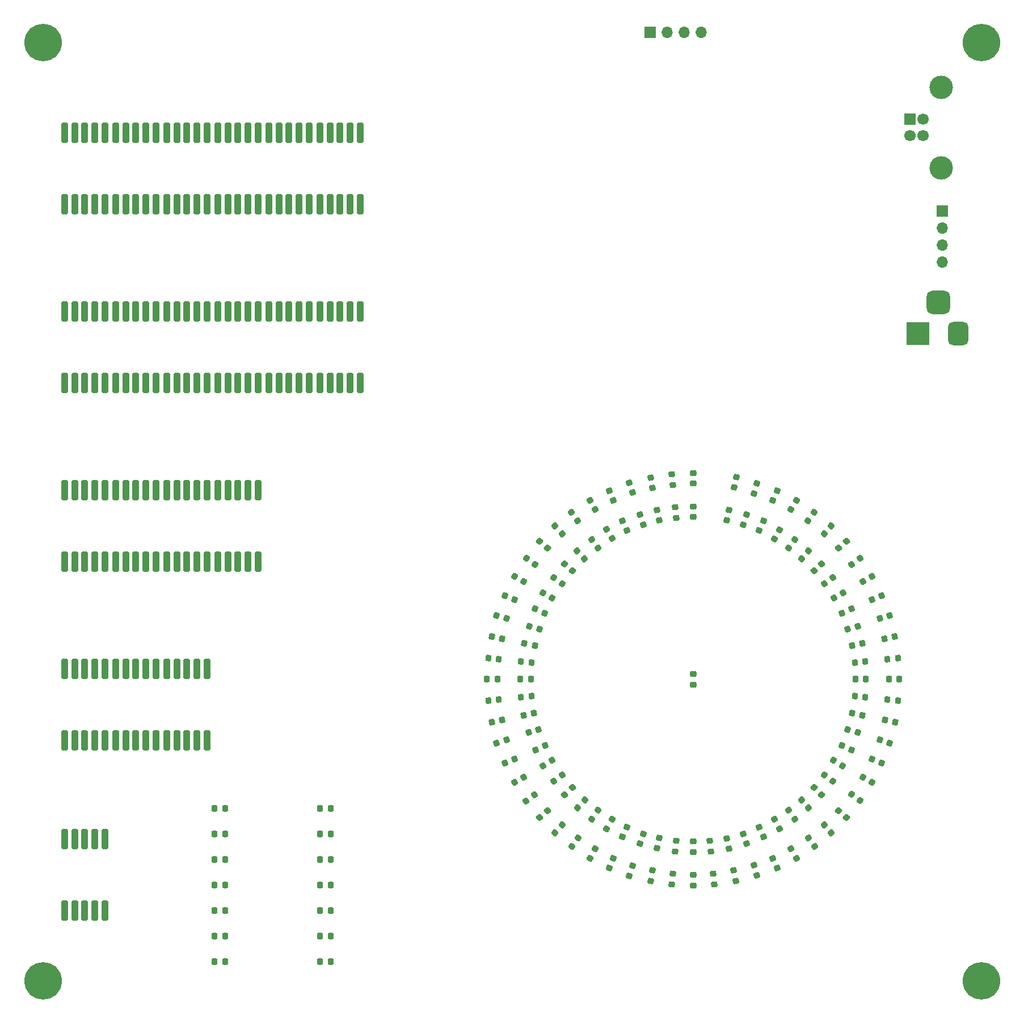
<source format=gbr>
%TF.GenerationSoftware,KiCad,Pcbnew,6.0.7-f9a2dced07~116~ubuntu20.04.1*%
%TF.CreationDate,2022-10-07T18:50:10+02:00*%
%TF.ProjectId,dcf77,64636637-372e-46b6-9963-61645f706362,rev?*%
%TF.SameCoordinates,Original*%
%TF.FileFunction,Soldermask,Bot*%
%TF.FilePolarity,Negative*%
%FSLAX46Y46*%
G04 Gerber Fmt 4.6, Leading zero omitted, Abs format (unit mm)*
G04 Created by KiCad (PCBNEW 6.0.7-f9a2dced07~116~ubuntu20.04.1) date 2022-10-07 18:50:10*
%MOMM*%
%LPD*%
G01*
G04 APERTURE LIST*
G04 Aperture macros list*
%AMRoundRect*
0 Rectangle with rounded corners*
0 $1 Rounding radius*
0 $2 $3 $4 $5 $6 $7 $8 $9 X,Y pos of 4 corners*
0 Add a 4 corners polygon primitive as box body*
4,1,4,$2,$3,$4,$5,$6,$7,$8,$9,$2,$3,0*
0 Add four circle primitives for the rounded corners*
1,1,$1+$1,$2,$3*
1,1,$1+$1,$4,$5*
1,1,$1+$1,$6,$7*
1,1,$1+$1,$8,$9*
0 Add four rect primitives between the rounded corners*
20,1,$1+$1,$2,$3,$4,$5,0*
20,1,$1+$1,$4,$5,$6,$7,0*
20,1,$1+$1,$6,$7,$8,$9,0*
20,1,$1+$1,$8,$9,$2,$3,0*%
G04 Aperture macros list end*
%ADD10R,3.500000X3.500000*%
%ADD11RoundRect,0.750000X0.750000X1.000000X-0.750000X1.000000X-0.750000X-1.000000X0.750000X-1.000000X0*%
%ADD12RoundRect,0.875000X0.875000X0.875000X-0.875000X0.875000X-0.875000X-0.875000X0.875000X-0.875000X0*%
%ADD13C,5.600000*%
%ADD14R,1.700000X1.700000*%
%ADD15C,1.700000*%
%ADD16C,3.500000*%
%ADD17O,1.700000X1.700000*%
%ADD18RoundRect,0.218750X0.112544X-0.317568X0.331294X0.061318X-0.112544X0.317568X-0.331294X-0.061318X0*%
%ADD19RoundRect,0.218750X0.078733X-0.327592X0.335889X0.026352X-0.078733X0.327592X-0.335889X-0.026352X0*%
%ADD20RoundRect,0.218750X0.128858X0.311306X-0.287229X0.176111X-0.128858X-0.311306X0.287229X-0.176111X0*%
%ADD21RoundRect,0.218750X-0.287229X-0.176111X0.128858X-0.311306X0.287229X0.176111X-0.128858X0.311306X0*%
%ADD22RoundRect,0.250000X0.250000X1.250000X-0.250000X1.250000X-0.250000X-1.250000X0.250000X-1.250000X0*%
%ADD23RoundRect,0.218750X0.317568X0.112544X-0.061318X0.331294X-0.317568X-0.112544X0.061318X-0.331294X0*%
%ADD24RoundRect,0.218750X-0.044059X0.334028X-0.336803X0.008902X0.044059X-0.334028X0.336803X-0.008902X0*%
%ADD25RoundRect,0.218750X0.176111X-0.287229X0.311306X0.128858X-0.176111X0.287229X-0.311306X-0.128858X0*%
%ADD26RoundRect,0.218750X0.218750X0.256250X-0.218750X0.256250X-0.218750X-0.256250X0.218750X-0.256250X0*%
%ADD27RoundRect,0.218750X0.026352X0.335889X-0.327592X0.078733X-0.026352X-0.335889X0.327592X-0.078733X0*%
%ADD28RoundRect,0.218750X0.205170X-0.267247X0.296131X0.160692X-0.205170X0.267247X-0.296131X-0.160692X0*%
%ADD29RoundRect,0.218750X0.331294X-0.061318X0.112544X0.317568X-0.331294X0.061318X-0.112544X-0.317568X0*%
%ADD30RoundRect,0.218750X-0.334028X-0.044059X-0.008902X-0.336803X0.334028X0.044059X0.008902X0.336803X0*%
%ADD31RoundRect,0.218750X0.256250X-0.218750X0.256250X0.218750X-0.256250X0.218750X-0.256250X-0.218750X0*%
%ADD32RoundRect,0.218750X0.336803X0.008902X0.044059X0.334028X-0.336803X-0.008902X-0.044059X-0.334028X0*%
%ADD33RoundRect,0.218750X0.190766X0.277712X-0.244337X0.231981X-0.190766X-0.277712X0.244337X-0.231981X0*%
%ADD34RoundRect,0.218750X0.334028X0.044059X0.008902X0.336803X-0.334028X-0.044059X-0.008902X-0.336803X0*%
%ADD35RoundRect,0.218750X0.304064X0.145122X-0.095612X0.323070X-0.304064X-0.145122X0.095612X-0.323070X0*%
%ADD36RoundRect,0.218750X-0.218750X-0.256250X0.218750X-0.256250X0.218750X0.256250X-0.218750X0.256250X0*%
%ADD37RoundRect,0.218750X-0.176111X0.287229X-0.311306X-0.128858X0.176111X-0.287229X0.311306X0.128858X0*%
%ADD38RoundRect,0.218750X0.277712X-0.190766X0.231981X0.244337X-0.277712X0.190766X-0.231981X-0.244337X0*%
%ADD39RoundRect,0.218750X-0.008902X0.336803X-0.334028X0.044059X0.008902X-0.336803X0.334028X-0.044059X0*%
%ADD40RoundRect,0.218750X-0.128858X-0.311306X0.287229X-0.176111X0.128858X0.311306X-0.287229X0.176111X0*%
%ADD41RoundRect,0.218750X0.296131X-0.160692X0.205170X0.267247X-0.296131X0.160692X-0.205170X-0.267247X0*%
%ADD42RoundRect,0.218750X-0.311306X0.128858X-0.176111X-0.287229X0.311306X-0.128858X0.176111X0.287229X0*%
%ADD43RoundRect,0.218750X0.160692X0.296131X-0.267247X0.205170X-0.160692X-0.296131X0.267247X-0.205170X0*%
%ADD44RoundRect,0.218750X-0.190766X-0.277712X0.244337X-0.231981X0.190766X0.277712X-0.244337X0.231981X0*%
%ADD45RoundRect,0.218750X0.008902X-0.336803X0.334028X-0.044059X-0.008902X0.336803X-0.334028X0.044059X0*%
%ADD46RoundRect,0.218750X0.327592X0.078733X-0.026352X0.335889X-0.327592X-0.078733X0.026352X-0.335889X0*%
%ADD47RoundRect,0.218750X-0.145122X0.304064X-0.323070X-0.095612X0.145122X-0.304064X0.323070X0.095612X0*%
%ADD48RoundRect,0.218750X-0.244337X-0.231981X0.190766X-0.277712X0.244337X0.231981X-0.190766X0.277712X0*%
%ADD49RoundRect,0.218750X-0.026352X-0.335889X0.327592X-0.078733X0.026352X0.335889X-0.327592X0.078733X0*%
%ADD50RoundRect,0.218750X-0.277712X0.190766X-0.231981X-0.244337X0.277712X-0.190766X0.231981X0.244337X0*%
%ADD51RoundRect,0.218750X-0.095612X-0.323070X0.304064X-0.145122X0.095612X0.323070X-0.304064X0.145122X0*%
%ADD52RoundRect,0.218750X0.095612X0.323070X-0.304064X0.145122X-0.095612X-0.323070X0.304064X-0.145122X0*%
%ADD53RoundRect,0.218750X-0.112544X0.317568X-0.331294X-0.061318X0.112544X-0.317568X0.331294X0.061318X0*%
%ADD54RoundRect,0.218750X-0.160692X-0.296131X0.267247X-0.205170X0.160692X0.296131X-0.267247X0.205170X0*%
%ADD55RoundRect,0.218750X0.061318X0.331294X-0.317568X0.112544X-0.061318X-0.331294X0.317568X-0.112544X0*%
%ADD56RoundRect,0.218750X-0.078733X0.327592X-0.335889X-0.026352X0.078733X-0.327592X0.335889X0.026352X0*%
%ADD57RoundRect,0.218750X-0.331294X0.061318X-0.112544X-0.317568X0.331294X-0.061318X0.112544X0.317568X0*%
%ADD58RoundRect,0.218750X-0.327592X-0.078733X0.026352X-0.335889X0.327592X0.078733X-0.026352X0.335889X0*%
%ADD59RoundRect,0.218750X-0.317568X-0.112544X0.061318X-0.331294X0.317568X0.112544X-0.061318X0.331294X0*%
%ADD60RoundRect,0.218750X0.145122X-0.304064X0.323070X0.095612X-0.145122X0.304064X-0.323070X-0.095612X0*%
%ADD61RoundRect,0.218750X-0.304064X-0.145122X0.095612X-0.323070X0.304064X0.145122X-0.095612X0.323070X0*%
%ADD62RoundRect,0.218750X0.311306X-0.128858X0.176111X0.287229X-0.311306X0.128858X-0.176111X-0.287229X0*%
%ADD63RoundRect,0.218750X-0.296131X0.160692X-0.205170X-0.267247X0.296131X-0.160692X0.205170X0.267247X0*%
%ADD64RoundRect,0.218750X0.323070X-0.095612X0.145122X0.304064X-0.323070X0.095612X-0.145122X-0.304064X0*%
%ADD65RoundRect,0.218750X0.267247X0.205170X-0.160692X0.296131X-0.267247X-0.205170X0.160692X-0.296131X0*%
%ADD66RoundRect,0.218750X0.287229X0.176111X-0.128858X0.311306X-0.287229X-0.176111X0.128858X-0.311306X0*%
%ADD67RoundRect,0.218750X0.335889X-0.026352X0.078733X0.327592X-0.335889X0.026352X-0.078733X-0.327592X0*%
%ADD68RoundRect,0.218750X0.044059X-0.334028X0.336803X-0.008902X-0.044059X0.334028X-0.336803X0.008902X0*%
%ADD69RoundRect,0.218750X0.231981X-0.244337X0.277712X0.190766X-0.231981X0.244337X-0.277712X-0.190766X0*%
%ADD70RoundRect,0.218750X-0.336803X-0.008902X-0.044059X-0.334028X0.336803X0.008902X0.044059X0.334028X0*%
%ADD71RoundRect,0.218750X-0.205170X0.267247X-0.296131X-0.160692X0.205170X-0.267247X0.296131X0.160692X0*%
%ADD72RoundRect,0.218750X-0.256250X0.218750X-0.256250X-0.218750X0.256250X-0.218750X0.256250X0.218750X0*%
%ADD73RoundRect,0.218750X0.244337X0.231981X-0.190766X0.277712X-0.244337X-0.231981X0.190766X-0.277712X0*%
%ADD74RoundRect,0.218750X-0.335889X0.026352X-0.078733X-0.327592X0.335889X-0.026352X0.078733X0.327592X0*%
%ADD75RoundRect,0.218750X-0.267247X-0.205170X0.160692X-0.296131X0.267247X0.205170X-0.160692X0.296131X0*%
%ADD76RoundRect,0.218750X-0.231981X0.244337X-0.277712X-0.190766X0.231981X-0.244337X0.277712X0.190766X0*%
%ADD77RoundRect,0.218750X-0.323070X0.095612X-0.145122X-0.304064X0.323070X-0.095612X0.145122X0.304064X0*%
%ADD78RoundRect,0.218750X-0.061318X-0.331294X0.317568X-0.112544X0.061318X0.331294X-0.317568X0.112544X0*%
G04 APERTURE END LIST*
D10*
%TO.C,J501*%
X156560000Y-71442500D03*
D11*
X162560000Y-71442500D03*
D12*
X159560000Y-66742500D03*
%TD*%
D13*
%TO.C,REF\u002A\u002A*%
X26000000Y-28000000D03*
%TD*%
%TO.C,REF\u002A\u002A*%
X166000000Y-168000000D03*
%TD*%
D14*
%TO.C,J504*%
X155347500Y-39390000D03*
D15*
X155347500Y-41890000D03*
X157347500Y-41890000D03*
X157347500Y-39390000D03*
D16*
X160057500Y-46660000D03*
X160057500Y-34620000D03*
%TD*%
D14*
%TO.C,J502*%
X116596000Y-26416000D03*
D17*
X119136000Y-26416000D03*
X121676000Y-26416000D03*
X124216000Y-26416000D03*
%TD*%
D13*
%TO.C,REF\u002A\u002A*%
X26000000Y-168000000D03*
%TD*%
%TO.C,REF\u002A\u002A*%
X166000000Y-28000000D03*
%TD*%
D14*
%TO.C,J503*%
X160217000Y-53096000D03*
D17*
X160217000Y-55636000D03*
X160217000Y-58176000D03*
X160217000Y-60716000D03*
%TD*%
D18*
%TO.C,D356*%
X137606250Y-97681995D03*
X138393750Y-96318005D03*
%TD*%
D19*
%TO.C,D355*%
X140137119Y-99337101D03*
X141062881Y-98062899D03*
%TD*%
D20*
%TO.C,D249*%
X147548957Y-115056649D03*
X146051043Y-115543351D03*
%TD*%
D21*
%TO.C,D343*%
X150851043Y-132056649D03*
X152348957Y-132543351D03*
%TD*%
D22*
%TO.C,AFF406*%
X58070000Y-78740000D03*
X56570000Y-78740000D03*
X55070000Y-78740000D03*
X53570000Y-78740000D03*
X52070000Y-78740000D03*
X52070000Y-68140000D03*
X53570000Y-68140000D03*
X55070000Y-68140000D03*
X56570000Y-68140000D03*
X58070000Y-68140000D03*
%TD*%
D23*
%TO.C,D241*%
X145281995Y-135893750D03*
X143918005Y-135106250D03*
%TD*%
D24*
%TO.C,D254*%
X140226940Y-103814773D03*
X139173060Y-104985227D03*
%TD*%
D20*
%TO.C,D319*%
X95148957Y-132056649D03*
X93651043Y-132543351D03*
%TD*%
D25*
%TO.C,D358*%
X132056649Y-95248957D03*
X132543351Y-93751043D03*
%TD*%
D26*
%TO.C,D316*%
X93787500Y-123000000D03*
X92212500Y-123000000D03*
%TD*%
D27*
%TO.C,D322*%
X99337101Y-140237119D03*
X98062899Y-141162881D03*
%TD*%
D28*
%TO.C,D359*%
X129136270Y-94370291D03*
X129463730Y-92829709D03*
%TD*%
D29*
%TO.C,D306*%
X108393750Y-97681995D03*
X107606250Y-96318005D03*
%TD*%
D30*
%TO.C,D339*%
X144714773Y-142573060D03*
X145885227Y-143626940D03*
%TD*%
D31*
%TO.C,D504*%
X123000000Y-123787500D03*
X123000000Y-122212500D03*
%TD*%
D32*
%TO.C,D238*%
X140226940Y-142185227D03*
X139173060Y-141014773D03*
%TD*%
D33*
%TO.C,D317*%
X93983186Y-126017684D03*
X92416814Y-126182316D03*
%TD*%
D34*
%TO.C,D309*%
X101285227Y-103426940D03*
X100114773Y-102373060D03*
%TD*%
D35*
%TO.C,D312*%
X96319417Y-111120305D03*
X94880583Y-110479695D03*
%TD*%
D36*
%TO.C,D346*%
X152212500Y-123000000D03*
X153787500Y-123000000D03*
%TD*%
D37*
%TO.C,D328*%
X113943351Y-150851043D03*
X113456649Y-152348957D03*
%TD*%
D38*
%TO.C,D232*%
X125682316Y-148683186D03*
X125517684Y-147116814D03*
%TD*%
D26*
%TO.C,D401*%
X68885000Y-142240000D03*
X67310000Y-142240000D03*
%TD*%
D39*
%TO.C,D323*%
X101285227Y-142573060D03*
X100114773Y-143626940D03*
%TD*%
D30*
%TO.C,D209*%
X103814773Y-105773060D03*
X104985227Y-106826940D03*
%TD*%
D26*
%TO.C,D407*%
X68885000Y-165100000D03*
X67310000Y-165100000D03*
%TD*%
D40*
%TO.C,D349*%
X150851043Y-113943351D03*
X152348957Y-113456649D03*
%TD*%
D22*
%TO.C,AFF419*%
X35210000Y-132080000D03*
X33710000Y-132080000D03*
X32210000Y-132080000D03*
X30710000Y-132080000D03*
X29210000Y-132080000D03*
X29210000Y-121480000D03*
X30710000Y-121480000D03*
X32210000Y-121480000D03*
X33710000Y-121480000D03*
X35210000Y-121480000D03*
%TD*%
D41*
%TO.C,D303*%
X116963730Y-94470291D03*
X116636270Y-92929709D03*
%TD*%
D42*
%TO.C,D334*%
X132056649Y-150751043D03*
X132543351Y-152248957D03*
%TD*%
D43*
%TO.C,D318*%
X94470291Y-129036270D03*
X92929709Y-129363730D03*
%TD*%
D26*
%TO.C,D403*%
X68885000Y-149860000D03*
X67310000Y-149860000D03*
%TD*%
D39*
%TO.C,D253*%
X142185227Y-105773060D03*
X141014773Y-106826940D03*
%TD*%
D44*
%TO.C,D217*%
X97316814Y-125682316D03*
X98883186Y-125517684D03*
%TD*%
D45*
%TO.C,D353*%
X144714773Y-103426940D03*
X145885227Y-102373060D03*
%TD*%
D22*
%TO.C,AFF411*%
X35210000Y-52070000D03*
X33710000Y-52070000D03*
X32210000Y-52070000D03*
X30710000Y-52070000D03*
X29210000Y-52070000D03*
X29210000Y-41470000D03*
X30710000Y-41470000D03*
X32210000Y-41470000D03*
X33710000Y-41470000D03*
X35210000Y-41470000D03*
%TD*%
D46*
%TO.C,D240*%
X143837101Y-138162881D03*
X142562899Y-137237119D03*
%TD*%
D47*
%TO.C,D257*%
X133520305Y-99380583D03*
X132879695Y-100819417D03*
%TD*%
D48*
%TO.C,D215*%
X97316814Y-120317684D03*
X98883186Y-120482316D03*
%TD*%
D31*
%TO.C,D301*%
X123000000Y-93787500D03*
X123000000Y-92212500D03*
%TD*%
D49*
%TO.C,D352*%
X146662899Y-105862881D03*
X147937101Y-104937119D03*
%TD*%
D50*
%TO.C,D202*%
X120317684Y-97316814D03*
X120482316Y-98883186D03*
%TD*%
D51*
%TO.C,D220*%
X99480583Y-133520305D03*
X100919417Y-132879695D03*
%TD*%
D38*
%TO.C,D302*%
X119982316Y-93983186D03*
X119817684Y-92416814D03*
%TD*%
D52*
%TO.C,D250*%
X146619417Y-112479695D03*
X145180583Y-113120305D03*
%TD*%
D53*
%TO.C,D326*%
X108393750Y-148318005D03*
X107606250Y-149681995D03*
%TD*%
D26*
%TO.C,D404*%
X68885000Y-153670000D03*
X67310000Y-153670000D03*
%TD*%
D54*
%TO.C,D218*%
X97729709Y-128363730D03*
X99270291Y-128036270D03*
%TD*%
D55*
%TO.C,D251*%
X145381995Y-110106250D03*
X144018005Y-110893750D03*
%TD*%
D56*
%TO.C,D325*%
X105862881Y-146662899D03*
X104937119Y-147937101D03*
%TD*%
D57*
%TO.C,D206*%
X110106250Y-100618005D03*
X110893750Y-101981995D03*
%TD*%
D36*
%TO.C,D216*%
X97212500Y-123000000D03*
X98787500Y-123000000D03*
%TD*%
D58*
%TO.C,D340*%
X146662899Y-140137119D03*
X147937101Y-141062881D03*
%TD*%
D59*
%TO.C,D341*%
X148318005Y-137606250D03*
X149681995Y-138393750D03*
%TD*%
D26*
%TO.C,D405*%
X68885000Y-157480000D03*
X67310000Y-157480000D03*
%TD*%
D60*
%TO.C,D227*%
X112479695Y-146519417D03*
X113120305Y-145080583D03*
%TD*%
D22*
%TO.C,AFF403*%
X65690000Y-52070000D03*
X64190000Y-52070000D03*
X62690000Y-52070000D03*
X61190000Y-52070000D03*
X59690000Y-52070000D03*
X59690000Y-41470000D03*
X61190000Y-41470000D03*
X62690000Y-41470000D03*
X64190000Y-41470000D03*
X65690000Y-41470000D03*
%TD*%
D32*
%TO.C,D308*%
X103426940Y-101285227D03*
X102373060Y-100114773D03*
%TD*%
D61*
%TO.C,D212*%
X99380583Y-112479695D03*
X100819417Y-113120305D03*
%TD*%
D62*
%TO.C,D234*%
X130943351Y-147548957D03*
X130456649Y-146051043D03*
%TD*%
D52*
%TO.C,D320*%
X96319417Y-134879695D03*
X94880583Y-135520305D03*
%TD*%
D22*
%TO.C,AFF409*%
X42830000Y-52070000D03*
X41330000Y-52070000D03*
X39830000Y-52070000D03*
X38330000Y-52070000D03*
X36830000Y-52070000D03*
X36830000Y-41470000D03*
X38330000Y-41470000D03*
X39830000Y-41470000D03*
X41330000Y-41470000D03*
X42830000Y-41470000D03*
%TD*%
D26*
%TO.C,D409*%
X53137000Y-146050000D03*
X51562000Y-146050000D03*
%TD*%
D24*
%TO.C,D324*%
X103426940Y-144714773D03*
X102373060Y-145885227D03*
%TD*%
D53*
%TO.C,D256*%
X135893750Y-100718005D03*
X135106250Y-102081995D03*
%TD*%
D63*
%TO.C,D333*%
X129036270Y-151529709D03*
X129363730Y-153070291D03*
%TD*%
D57*
%TO.C,D336*%
X137606250Y-148318005D03*
X138393750Y-149681995D03*
%TD*%
D28*
%TO.C,D229*%
X117636270Y-148170291D03*
X117963730Y-146629709D03*
%TD*%
D62*
%TO.C,D304*%
X113943351Y-95148957D03*
X113456649Y-93651043D03*
%TD*%
D60*
%TO.C,D357*%
X134879695Y-96319417D03*
X135520305Y-94880583D03*
%TD*%
D22*
%TO.C,AFF414*%
X50450000Y-105410000D03*
X48950000Y-105410000D03*
X47450000Y-105410000D03*
X45950000Y-105410000D03*
X44450000Y-105410000D03*
X44450000Y-94810000D03*
X45950000Y-94810000D03*
X47450000Y-94810000D03*
X48950000Y-94810000D03*
X50450000Y-94810000D03*
%TD*%
D54*
%TO.C,D348*%
X151529709Y-116963730D03*
X153070291Y-116636270D03*
%TD*%
D64*
%TO.C,D305*%
X111120305Y-96319417D03*
X110479695Y-94880583D03*
%TD*%
D23*
%TO.C,D311*%
X97681995Y-108393750D03*
X96318005Y-107606250D03*
%TD*%
D22*
%TO.C,AFF412*%
X35210000Y-78740000D03*
X33710000Y-78740000D03*
X32210000Y-78740000D03*
X30710000Y-78740000D03*
X29210000Y-78740000D03*
X29210000Y-68140000D03*
X30710000Y-68140000D03*
X32210000Y-68140000D03*
X33710000Y-68140000D03*
X35210000Y-68140000D03*
%TD*%
D26*
%TO.C,D408*%
X53137000Y-142240000D03*
X51562000Y-142240000D03*
%TD*%
D61*
%TO.C,D342*%
X149680583Y-134879695D03*
X151119417Y-135520305D03*
%TD*%
D65*
%TO.C,D314*%
X94470291Y-116963730D03*
X92929709Y-116636270D03*
%TD*%
D27*
%TO.C,D252*%
X143837101Y-107837119D03*
X142562899Y-108762881D03*
%TD*%
D66*
%TO.C,D243*%
X147548957Y-130943351D03*
X146051043Y-130456649D03*
%TD*%
%TO.C,D313*%
X95148957Y-113943351D03*
X93651043Y-113456649D03*
%TD*%
D67*
%TO.C,D237*%
X138162881Y-143837101D03*
X137237119Y-142562899D03*
%TD*%
D64*
%TO.C,D235*%
X133520305Y-146519417D03*
X132879695Y-145080583D03*
%TD*%
D22*
%TO.C,AFF408*%
X50450000Y-78740000D03*
X48950000Y-78740000D03*
X47450000Y-78740000D03*
X45950000Y-78740000D03*
X44450000Y-78740000D03*
X44450000Y-68140000D03*
X45950000Y-68140000D03*
X47450000Y-68140000D03*
X48950000Y-68140000D03*
X50450000Y-68140000D03*
%TD*%
D68*
%TO.C,D354*%
X142573060Y-101285227D03*
X143626940Y-100114773D03*
%TD*%
D40*
%TO.C,D219*%
X98451043Y-130943351D03*
X99948957Y-130456649D03*
%TD*%
D26*
%TO.C,D246*%
X148787500Y-123000000D03*
X147212500Y-123000000D03*
%TD*%
%TO.C,D406*%
X68885000Y-161290000D03*
X67310000Y-161290000D03*
%TD*%
D45*
%TO.C,D223*%
X103814773Y-140226940D03*
X104985227Y-139173060D03*
%TD*%
D31*
%TO.C,D231*%
X123000000Y-148787500D03*
X123000000Y-147212500D03*
%TD*%
D69*
%TO.C,D230*%
X120335370Y-148666370D03*
X120500002Y-147099998D03*
%TD*%
D22*
%TO.C,AFF415*%
X42830000Y-105410000D03*
X41330000Y-105410000D03*
X39830000Y-105410000D03*
X38330000Y-105410000D03*
X36830000Y-105410000D03*
X36830000Y-94810000D03*
X38330000Y-94810000D03*
X39830000Y-94810000D03*
X41330000Y-94810000D03*
X42830000Y-94810000D03*
%TD*%
D42*
%TO.C,D204*%
X115056649Y-98451043D03*
X115543351Y-99948957D03*
%TD*%
D35*
%TO.C,D242*%
X146619417Y-133520305D03*
X145180583Y-132879695D03*
%TD*%
D22*
%TO.C,AFF420*%
X35210000Y-157480000D03*
X33710000Y-157480000D03*
X32210000Y-157480000D03*
X30710000Y-157480000D03*
X29210000Y-157480000D03*
X29210000Y-146880000D03*
X30710000Y-146880000D03*
X32210000Y-146880000D03*
X33710000Y-146880000D03*
X35210000Y-146880000D03*
%TD*%
D19*
%TO.C,D225*%
X107837119Y-143837101D03*
X108762881Y-142562899D03*
%TD*%
D58*
%TO.C,D210*%
X102162899Y-107837119D03*
X103437101Y-108762881D03*
%TD*%
D21*
%TO.C,D213*%
X98551043Y-115056649D03*
X100048957Y-115543351D03*
%TD*%
D26*
%TO.C,D503*%
X53137000Y-165100000D03*
X51562000Y-165100000D03*
%TD*%
D70*
%TO.C,D208*%
X105673060Y-103814773D03*
X106726940Y-104985227D03*
%TD*%
D22*
%TO.C,AFF402*%
X73310000Y-78740000D03*
X71810000Y-78740000D03*
X70310000Y-78740000D03*
X68810000Y-78740000D03*
X67310000Y-78740000D03*
X67310000Y-68140000D03*
X68810000Y-68140000D03*
X70310000Y-68140000D03*
X71810000Y-68140000D03*
X73310000Y-68140000D03*
%TD*%
D26*
%TO.C,D410*%
X53137000Y-149860000D03*
X51562000Y-149860000D03*
%TD*%
D68*
%TO.C,D224*%
X105773060Y-142185227D03*
X106826940Y-141014773D03*
%TD*%
D71*
%TO.C,D329*%
X116963730Y-151529709D03*
X116636270Y-153070291D03*
%TD*%
D41*
%TO.C,D233*%
X128363730Y-148270291D03*
X128036270Y-146729709D03*
%TD*%
D63*
%TO.C,D203*%
X117636270Y-97729709D03*
X117963730Y-99270291D03*
%TD*%
D55*
%TO.C,D321*%
X97681995Y-137606250D03*
X96318005Y-138393750D03*
%TD*%
D26*
%TO.C,D413*%
X53137000Y-161290000D03*
X51562000Y-161290000D03*
%TD*%
%TO.C,D402*%
X68885000Y-146050000D03*
X67310000Y-146050000D03*
%TD*%
D22*
%TO.C,AFF407*%
X50450000Y-52070000D03*
X48950000Y-52070000D03*
X47450000Y-52070000D03*
X45950000Y-52070000D03*
X44450000Y-52070000D03*
X44450000Y-41470000D03*
X45950000Y-41470000D03*
X47450000Y-41470000D03*
X48950000Y-41470000D03*
X50450000Y-41470000D03*
%TD*%
%TO.C,AFF417*%
X50450000Y-132080000D03*
X48950000Y-132080000D03*
X47450000Y-132080000D03*
X45950000Y-132080000D03*
X44450000Y-132080000D03*
X44450000Y-121480000D03*
X45950000Y-121480000D03*
X47450000Y-121480000D03*
X48950000Y-121480000D03*
X50450000Y-121480000D03*
%TD*%
%TO.C,AFF410*%
X42830000Y-78740000D03*
X41330000Y-78740000D03*
X39830000Y-78740000D03*
X38330000Y-78740000D03*
X36830000Y-78740000D03*
X36830000Y-68140000D03*
X38330000Y-68140000D03*
X39830000Y-68140000D03*
X41330000Y-68140000D03*
X42830000Y-68140000D03*
%TD*%
D50*
%TO.C,D332*%
X126017684Y-152016814D03*
X126182316Y-153583186D03*
%TD*%
D72*
%TO.C,D331*%
X123000000Y-152212500D03*
X123000000Y-153787500D03*
%TD*%
D22*
%TO.C,AFF418*%
X42830000Y-132080000D03*
X41330000Y-132080000D03*
X39830000Y-132080000D03*
X38330000Y-132080000D03*
X36830000Y-132080000D03*
X36830000Y-121480000D03*
X38330000Y-121480000D03*
X39830000Y-121480000D03*
X41330000Y-121480000D03*
X42830000Y-121480000D03*
%TD*%
D29*
%TO.C,D236*%
X135893750Y-145281995D03*
X135106250Y-143918005D03*
%TD*%
D26*
%TO.C,D412*%
X53137000Y-157480000D03*
X51562000Y-157480000D03*
%TD*%
D22*
%TO.C,AFF405*%
X58070000Y-52070000D03*
X56570000Y-52070000D03*
X55070000Y-52070000D03*
X53570000Y-52070000D03*
X52070000Y-52070000D03*
X52070000Y-41470000D03*
X53570000Y-41470000D03*
X55070000Y-41470000D03*
X56570000Y-41470000D03*
X58070000Y-41470000D03*
%TD*%
D43*
%TO.C,D248*%
X148270291Y-117636270D03*
X146729709Y-117963730D03*
%TD*%
D71*
%TO.C,D259*%
X128363730Y-97729709D03*
X128036270Y-99270291D03*
%TD*%
D56*
%TO.C,D255*%
X138162881Y-102162899D03*
X137237119Y-103437101D03*
%TD*%
D73*
%TO.C,D315*%
X93983186Y-119982316D03*
X92416814Y-119817684D03*
%TD*%
D49*
%TO.C,D222*%
X102162899Y-138162881D03*
X103437101Y-137237119D03*
%TD*%
D72*
%TO.C,D201*%
X123000000Y-97212500D03*
X123000000Y-98787500D03*
%TD*%
D74*
%TO.C,D207*%
X107837119Y-102162899D03*
X108762881Y-103437101D03*
%TD*%
D67*
%TO.C,D307*%
X105762881Y-99337101D03*
X104837119Y-98062899D03*
%TD*%
D22*
%TO.C,AFF416*%
X35210000Y-105410000D03*
X33710000Y-105410000D03*
X32210000Y-105410000D03*
X30710000Y-105410000D03*
X29210000Y-105410000D03*
X29210000Y-94810000D03*
X30710000Y-94810000D03*
X32210000Y-94810000D03*
X33710000Y-94810000D03*
X35210000Y-94810000D03*
%TD*%
D44*
%TO.C,D347*%
X152016814Y-119982316D03*
X153583186Y-119817684D03*
%TD*%
D51*
%TO.C,D350*%
X149680583Y-111120305D03*
X151119417Y-110479695D03*
%TD*%
D74*
%TO.C,D337*%
X140237119Y-146662899D03*
X141162881Y-147937101D03*
%TD*%
D33*
%TO.C,D247*%
X148683186Y-120317684D03*
X147116814Y-120482316D03*
%TD*%
D59*
%TO.C,D211*%
X100618005Y-110106250D03*
X101981995Y-110893750D03*
%TD*%
D34*
%TO.C,D239*%
X142185227Y-140226940D03*
X141014773Y-139173060D03*
%TD*%
D26*
%TO.C,D411*%
X53137000Y-153670000D03*
X51562000Y-153670000D03*
%TD*%
D22*
%TO.C,AFF401*%
X73310000Y-52070000D03*
X71810000Y-52070000D03*
X70310000Y-52070000D03*
X68810000Y-52070000D03*
X67310000Y-52070000D03*
X67310000Y-41470000D03*
X68810000Y-41470000D03*
X70310000Y-41470000D03*
X71810000Y-41470000D03*
X73310000Y-41470000D03*
%TD*%
D25*
%TO.C,D228*%
X115056649Y-147548957D03*
X115543351Y-146051043D03*
%TD*%
D18*
%TO.C,D226*%
X110106250Y-145281995D03*
X110893750Y-143918005D03*
%TD*%
D22*
%TO.C,AFF404*%
X65690000Y-78740000D03*
X64190000Y-78740000D03*
X62690000Y-78740000D03*
X61190000Y-78740000D03*
X59690000Y-78740000D03*
X59690000Y-68140000D03*
X61190000Y-68140000D03*
X62690000Y-68140000D03*
X64190000Y-68140000D03*
X65690000Y-68140000D03*
%TD*%
D70*
%TO.C,D338*%
X142573060Y-144714773D03*
X143626940Y-145885227D03*
%TD*%
D47*
%TO.C,D327*%
X111120305Y-149680583D03*
X110479695Y-151119417D03*
%TD*%
D73*
%TO.C,D245*%
X148683186Y-125682316D03*
X147116814Y-125517684D03*
%TD*%
D75*
%TO.C,D344*%
X151629709Y-129036270D03*
X153170291Y-129363730D03*
%TD*%
D76*
%TO.C,D330*%
X119982316Y-152016814D03*
X119817684Y-153583186D03*
%TD*%
D77*
%TO.C,D205*%
X112479695Y-99380583D03*
X113120305Y-100819417D03*
%TD*%
D78*
%TO.C,D221*%
X100618005Y-135893750D03*
X101981995Y-135106250D03*
%TD*%
D77*
%TO.C,D335*%
X134879695Y-149680583D03*
X135520305Y-151119417D03*
%TD*%
D65*
%TO.C,D244*%
X148270291Y-128363730D03*
X146729709Y-128036270D03*
%TD*%
D78*
%TO.C,D351*%
X148318005Y-108393750D03*
X149681995Y-107606250D03*
%TD*%
D37*
%TO.C,D258*%
X130943351Y-98451043D03*
X130456649Y-99948957D03*
%TD*%
D22*
%TO.C,AFF413*%
X58070000Y-105410000D03*
X56570000Y-105410000D03*
X55070000Y-105410000D03*
X53570000Y-105410000D03*
X52070000Y-105410000D03*
X52070000Y-94810000D03*
X53570000Y-94810000D03*
X55070000Y-94810000D03*
X56570000Y-94810000D03*
X58070000Y-94810000D03*
%TD*%
D48*
%TO.C,D345*%
X152016814Y-126017684D03*
X153583186Y-126182316D03*
%TD*%
D75*
%TO.C,D214*%
X97829709Y-117636270D03*
X99370291Y-117963730D03*
%TD*%
D46*
%TO.C,D310*%
X99437101Y-105862881D03*
X98162899Y-104937119D03*
%TD*%
M02*

</source>
